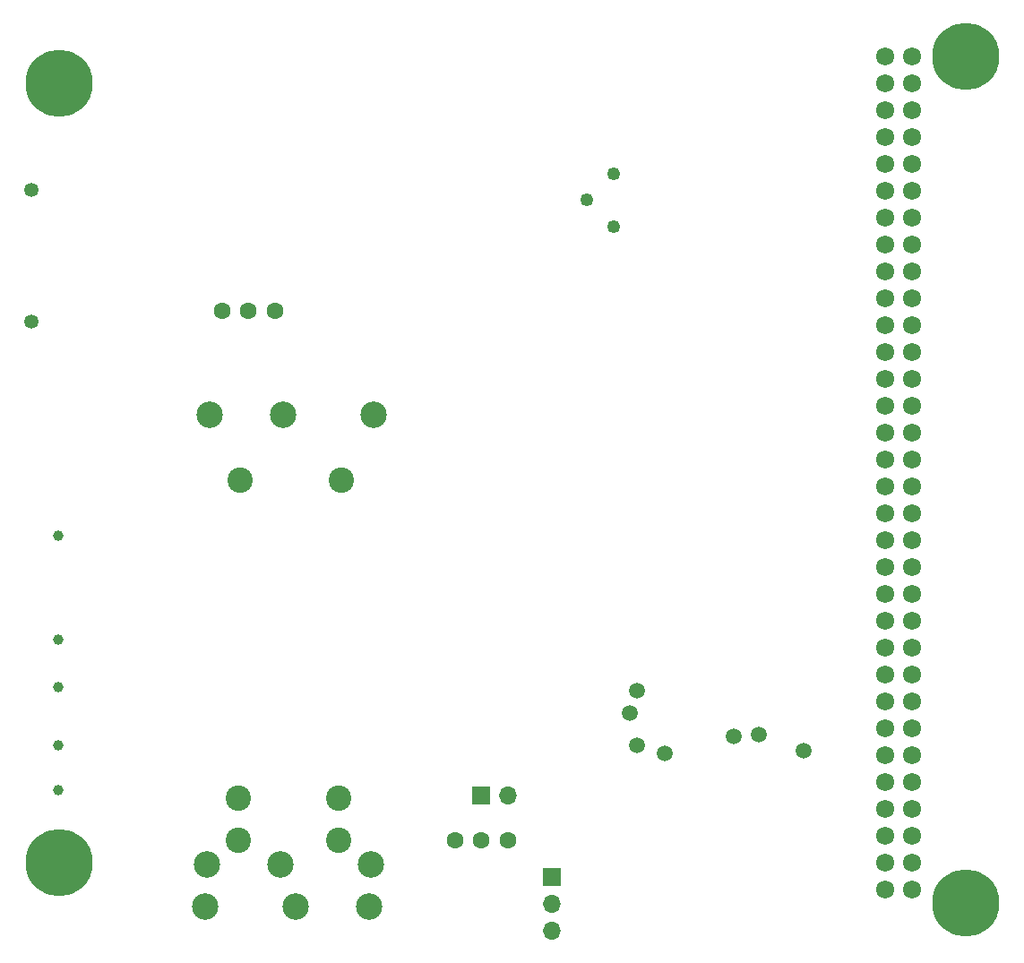
<source format=gbr>
G04 #@! TF.FileFunction,Soldermask,Bot*
%FSLAX46Y46*%
G04 Gerber Fmt 4.6, Leading zero omitted, Abs format (unit mm)*
G04 Created by KiCad (PCBNEW 4.0.7-e2-6376~58~ubuntu16.04.1) date Tue May 15 22:20:39 2018*
%MOMM*%
%LPD*%
G01*
G04 APERTURE LIST*
%ADD10C,0.100000*%
%ADD11C,1.000000*%
%ADD12C,1.600000*%
%ADD13C,1.500000*%
%ADD14C,6.350000*%
%ADD15C,1.720000*%
%ADD16C,1.350000*%
%ADD17R,1.700000X1.700000*%
%ADD18O,1.700000X1.700000*%
%ADD19C,1.250000*%
%ADD20C,2.500000*%
%ADD21C,2.400000*%
G04 APERTURE END LIST*
D10*
D11*
X110000000Y-109500000D03*
X110000000Y-119250000D03*
X110000000Y-95250000D03*
X110000000Y-105000000D03*
D12*
X125500000Y-74000000D03*
X130500000Y-74000000D03*
X128000000Y-74000000D03*
D13*
X180438000Y-115569000D03*
X176247000Y-114045000D03*
X173834000Y-114172000D03*
X164055000Y-112013000D03*
X167357000Y-115823000D03*
X164690000Y-109854000D03*
X164690000Y-115061000D03*
D14*
X195810000Y-129920000D03*
X195810000Y-49910000D03*
X110080000Y-52450000D03*
X110080000Y-126110000D03*
D15*
X188190000Y-49910000D03*
X188190000Y-52450000D03*
X188190000Y-54990000D03*
X188190000Y-57530000D03*
X188190000Y-60070000D03*
X188190000Y-62610000D03*
X188190000Y-65150000D03*
X188190000Y-67690000D03*
X188190000Y-70230000D03*
X188190000Y-72770000D03*
X188190000Y-75310000D03*
X188190000Y-77850000D03*
X188190000Y-80390000D03*
X188190000Y-82930000D03*
X188190000Y-85470000D03*
X188190000Y-88010000D03*
X188190000Y-90550000D03*
X188190000Y-93090000D03*
X188190000Y-95630000D03*
X188190000Y-98170000D03*
X188190000Y-100710000D03*
X188190000Y-103250000D03*
X188190000Y-105790000D03*
X188190000Y-108330000D03*
X188190000Y-110870000D03*
X188190000Y-113410000D03*
X188190000Y-115950000D03*
X188190000Y-118490000D03*
X188190000Y-121030000D03*
X188190000Y-123570000D03*
X188190000Y-126110000D03*
X188190000Y-128650000D03*
X190730000Y-49910000D03*
X190730000Y-52450000D03*
X190730000Y-54990000D03*
X190730000Y-57530000D03*
X190730000Y-60070000D03*
X190730000Y-62610000D03*
X190730000Y-65150000D03*
X190730000Y-67690000D03*
X190730000Y-70230000D03*
X190730000Y-72770000D03*
X190730000Y-75310000D03*
X190730000Y-77850000D03*
X190730000Y-80390000D03*
X190730000Y-82930000D03*
X190730000Y-85470000D03*
X190730000Y-88010000D03*
X190730000Y-90550000D03*
X190730000Y-93090000D03*
X190730000Y-95630000D03*
X190730000Y-98170000D03*
X190730000Y-100710000D03*
X190730000Y-103250000D03*
X190730000Y-105790000D03*
X190730000Y-108330000D03*
X190730000Y-110870000D03*
X190730000Y-113410000D03*
X190730000Y-115950000D03*
X190730000Y-118490000D03*
X190730000Y-121030000D03*
X190730000Y-123570000D03*
X190730000Y-126110000D03*
X190730000Y-128650000D03*
D16*
X107500000Y-62500000D03*
X107500000Y-75000000D03*
D12*
X147500000Y-124000000D03*
X152500000Y-124000000D03*
X150000000Y-124000000D03*
D17*
X149958000Y-119760000D03*
D18*
X152498000Y-119760000D03*
D17*
X156689000Y-127507000D03*
D18*
X156689000Y-130047000D03*
X156689000Y-132587000D03*
D19*
X162500000Y-61000000D03*
X160000000Y-63500000D03*
X162500000Y-66000000D03*
D20*
X131300000Y-83750000D03*
X139850000Y-83750000D03*
X124350000Y-83750000D03*
D21*
X127250000Y-90000000D03*
X136750000Y-90000000D03*
D20*
X131050000Y-126250000D03*
X124100000Y-126250000D03*
X139600000Y-126250000D03*
D21*
X136500000Y-120000000D03*
X127000000Y-120000000D03*
D20*
X132450000Y-130250000D03*
X139400000Y-130250000D03*
X123900000Y-130250000D03*
D21*
X127000000Y-124000000D03*
X136500000Y-124000000D03*
D11*
X110000000Y-115000000D03*
M02*

</source>
